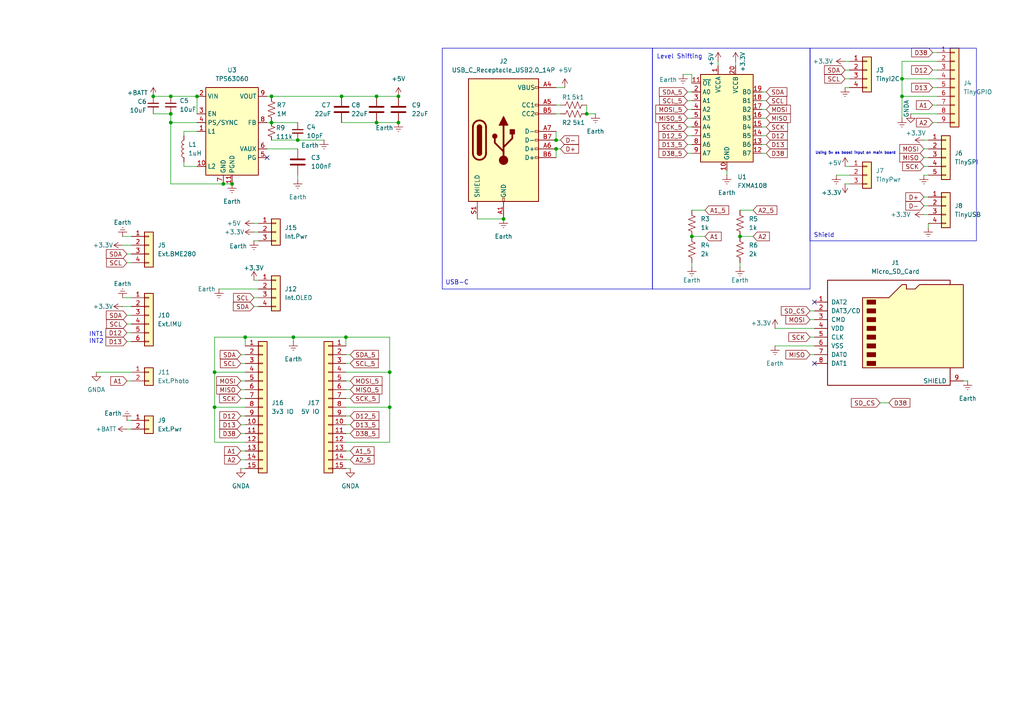
<source format=kicad_sch>
(kicad_sch (version 20250114) (generator "eeschema") (generator_version "9.0")
  (paper "A4")
  (lib_symbols
    (symbol "+3.3V_9" (power) (pin_numbers (hide yes)) (pin_names (offset 0) (hide yes))
      (property "Value" "+3.3V_9" (at 0 3.556 0))
      (symbol "+3.3V_9_1_1"
        (pin power_in line (at 0 0 90) (length 0) (hide yes) (name "+3.3V") (number "1"))
      )
    )
    (symbol "+BATT_1" (power) (pin_numbers (hide yes)) (pin_names (offset 0) (hide yes))
      (property "Value" "+BATT_1" (at 0 3.556 0))
      (symbol "+BATT_1_1_1"
        (pin power_in line (at 0 0 90) (length 0) (hide yes) (name "+BATT") (number "1"))
      )
    )
    (symbol "Connector:Micro_SD_Card" (pin_names (offset 1.016))
      (property "Reference" "J1" (at 0.635 19.05 0))
      (property "Value" "Micro_SD_Card" (at 0.635 16.51 0))
      (symbol "Micro_SD_Card_1_1"
        (pin bidirectional line (at -22.86 7.62 0) (length 3.81) (name "DAT2") (number "1"))
        (pin bidirectional line (at -22.86 5.08 0) (length 3.81) (name "DAT3/CD") (number "2"))
        (pin input line (at -22.86 2.54 0) (length 3.81) (name "CMD") (number "3"))
        (pin power_in line (at -22.86 0 0) (length 3.81) (name "VDD") (number "4"))
        (pin input line (at -22.86 -2.54 0) (length 3.81) (name "CLK") (number "5"))
        (pin power_in line (at -22.86 -5.08 0) (length 3.81) (name "VSS") (number "6"))
        (pin bidirectional line (at -22.86 -7.62 0) (length 3.81) (name "DAT0") (number "7"))
        (pin bidirectional line (at -22.86 -10.16 0) (length 3.81) (name "DAT1") (number "8"))
        (pin passive line (at 20.32 -15.24 180) (length 3.81) (hide yes) (name "SHIELD") (number "10"))
        (pin passive line (at 20.32 -15.24 180) (length 3.81) (hide yes) (name "SHIELD") (number "11"))
        (pin passive line (at 20.32 -15.24 180) (length 3.81) (name "SHIELD") (number "9"))
      )
    )
    (symbol "Connector:USB_C_Receptacle_USB2.0_14P" (pin_names (offset 1.016))
      (property "Reference" "J" (at 0 22.225 0))
      (property "Value" "USB_C_Receptacle_USB2.0_14P" (at 0 19.685 0))
      (symbol "USB_C_Receptacle_USB2.0_14P_1_1"
        (pin passive line (at -7.62 -22.86 90) (length 5.08) (name "SHIELD") (number "S1"))
        (pin passive line (at 0 -22.86 90) (length 5.08) (name "GND") (number "A1"))
        (pin passive line (at 0 -22.86 90) (length 5.08) (hide yes) (name "GND") (number "A12"))
        (pin passive line (at 0 -22.86 90) (length 5.08) (hide yes) (name "GND") (number "B1"))
        (pin passive line (at 0 -22.86 90) (length 5.08) (hide yes) (name "GND") (number "B12"))
        (pin passive line (at 15.24 15.24 180) (length 5.08) (name "VBUS") (number "A4"))
        (pin passive line (at 15.24 15.24 180) (length 5.08) (hide yes) (name "VBUS") (number "A9"))
        (pin passive line (at 15.24 15.24 180) (length 5.08) (hide yes) (name "VBUS") (number "B4"))
        (pin passive line (at 15.24 15.24 180) (length 5.08) (hide yes) (name "VBUS") (number "B9"))
        (pin bidirectional line (at 15.24 10.16 180) (length 5.08) (name "CC1") (number "A5"))
        (pin bidirectional line (at 15.24 7.62 180) (length 5.08) (name "CC2") (number "B5"))
        (pin bidirectional line (at 15.24 2.54 180) (length 5.08) (name "D-") (number "A7"))
        (pin bidirectional line (at 15.24 0 180) (length 5.08) (name "D-") (number "B7"))
        (pin bidirectional line (at 15.24 -2.54 180) (length 5.08) (name "D+") (number "A6"))
        (pin bidirectional line (at 15.24 -5.08 180) (length 5.08) (name "D+") (number "B6"))
      )
    )
    (symbol "Connector_Generic:Conn_01x02" (pin_names (offset 1.016) (hide yes))
      (property "Reference" "J" (at 0 2.54 0))
      (property "Value" "Conn_01x02" (at 0 -5.08 0))
      (symbol "Conn_01x02_1_1"
        (pin passive line (at -5.08 0 0) (length 3.81) (name "Pin_1") (number "1"))
        (pin passive line (at -5.08 -2.54 0) (length 3.81) (name "Pin_2") (number "2"))
      )
    )
    (symbol "Connector_Generic:Conn_01x03" (pin_names (offset 1.016) (hide yes))
      (property "Reference" "J" (at 0 5.08 0))
      (property "Value" "Conn_01x03" (at 0 -5.08 0))
      (symbol "Conn_01x03_1_1"
        (pin passive line (at -5.08 2.54 0) (length 3.81) (name "Pin_1") (number "1"))
        (pin passive line (at -5.08 0 0) (length 3.81) (name "Pin_2") (number "2"))
        (pin passive line (at -5.08 -2.54 0) (length 3.81) (name "Pin_3") (number "3"))
      )
    )
    (symbol "Connector_Generic:Conn_01x04" (pin_names (offset 1.016) (hide yes))
      (property "Reference" "J" (at 0 5.08 0))
      (property "Value" "Conn_01x04" (at 0 -7.62 0))
      (symbol "Conn_01x04_1_1"
        (pin passive line (at -5.08 2.54 0) (length 3.81) (name "Pin_1") (number "1"))
        (pin passive line (at -5.08 0 0) (length 3.81) (name "Pin_2") (number "2"))
        (pin passive line (at -5.08 -2.54 0) (length 3.81) (name "Pin_3") (number "3"))
        (pin passive line (at -5.08 -5.08 0) (length 3.81) (name "Pin_4") (number "4"))
      )
    )
    (symbol "Connector_Generic:Conn_01x05" (pin_names (offset 1.016) (hide yes))
      (property "Reference" "J" (at 0 7.62 0))
      (property "Value" "Conn_01x05" (at 0 -7.62 0))
      (symbol "Conn_01x05_1_1"
        (pin passive line (at -5.08 5.08 0) (length 3.81) (name "Pin_1") (number "1"))
        (pin passive line (at -5.08 2.54 0) (length 3.81) (name "Pin_2") (number "2"))
        (pin passive line (at -5.08 0 0) (length 3.81) (name "Pin_3") (number "3"))
        (pin passive line (at -5.08 -2.54 0) (length 3.81) (name "Pin_4") (number "4"))
        (pin passive line (at -5.08 -5.08 0) (length 3.81) (name "Pin_5") (number "5"))
      )
    )
    (symbol "Connector_Generic:Conn_01x06" (pin_names (offset 1.016) (hide yes))
      (property "Reference" "J" (at 0 7.62 0))
      (property "Value" "Conn_01x06" (at 0 -10.16 0))
      (symbol "Conn_01x06_1_1"
        (pin passive line (at -5.08 5.08 0) (length 3.81) (name "Pin_1") (number "1"))
        (pin passive line (at -5.08 2.54 0) (length 3.81) (name "Pin_2") (number "2"))
        (pin passive line (at -5.08 0 0) (length 3.81) (name "Pin_3") (number "3"))
        (pin passive line (at -5.08 -2.54 0) (length 3.81) (name "Pin_4") (number "4"))
        (pin passive line (at -5.08 -5.08 0) (length 3.81) (name "Pin_5") (number "5"))
        (pin passive line (at -5.08 -7.62 0) (length 3.81) (name "Pin_6") (number "6"))
      )
    )
    (symbol "Connector_Generic:Conn_01x09" (pin_names (offset 1.016) (hide yes))
      (property "Reference" "J" (at 0 12.7 0))
      (property "Value" "Conn_01x09" (at 0 -12.7 0))
      (symbol "Conn_01x09_1_1"
        (pin passive line (at -5.08 10.16 0) (length 3.81) (name "Pin_1") (number "1"))
        (pin passive line (at -5.08 7.62 0) (length 3.81) (name "Pin_2") (number "2"))
        (pin passive line (at -5.08 5.08 0) (length 3.81) (name "Pin_3") (number "3"))
        (pin passive line (at -5.08 2.54 0) (length 3.81) (name "Pin_4") (number "4"))
        (pin passive line (at -5.08 0 0) (length 3.81) (name "Pin_5") (number "5"))
        (pin passive line (at -5.08 -2.54 0) (length 3.81) (name "Pin_6") (number "6"))
        (pin passive line (at -5.08 -5.08 0) (length 3.81) (name "Pin_7") (number "7"))
        (pin passive line (at -5.08 -7.62 0) (length 3.81) (name "Pin_8") (number "8"))
        (pin passive line (at -5.08 -10.16 0) (length 3.81) (name "Pin_9") (number "9"))
      )
    )
    (symbol "Connector_Generic:Conn_01x15" (pin_names (offset 1.016) (hide yes))
      (property "Reference" "J" (at 0 20.32 0))
      (property "Value" "Conn_01x15" (at 0 -20.32 0))
      (symbol "Conn_01x15_1_1"
        (pin passive line (at -5.08 17.78 0) (length 3.81) (name "Pin_1") (number "1"))
        (pin passive line (at -5.08 15.24 0) (length 3.81) (name "Pin_2") (number "2"))
        (pin passive line (at -5.08 12.7 0) (length 3.81) (name "Pin_3") (number "3"))
        (pin passive line (at -5.08 10.16 0) (length 3.81) (name "Pin_4") (number "4"))
        (pin passive line (at -5.08 7.62 0) (length 3.81) (name "Pin_5") (number "5"))
        (pin passive line (at -5.08 5.08 0) (length 3.81) (name "Pin_6") (number "6"))
        (pin passive line (at -5.08 2.54 0) (length 3.81) (name "Pin_7") (number "7"))
        (pin passive line (at -5.08 0 0) (length 3.81) (name "Pin_8") (number "8"))
        (pin passive line (at -5.08 -2.54 0) (length 3.81) (name "Pin_9") (number "9"))
        (pin passive line (at -5.08 -5.08 0) (length 3.81) (name "Pin_10") (number "10"))
        (pin passive line (at -5.08 -7.62 0) (length 3.81) (name "Pin_11") (number "11"))
        (pin passive line (at -5.08 -10.16 0) (length 3.81) (name "Pin_12") (number "12"))
        (pin passive line (at -5.08 -12.7 0) (length 3.81) (name "Pin_13") (number "13"))
        (pin passive line (at -5.08 -15.24 0) (length 3.81) (name "Pin_14") (number "14"))
        (pin passive line (at -5.08 -17.78 0) (length 3.81) (name "Pin_15") (number "15"))
      )
    )
    (symbol "Device:C" (pin_numbers (hide yes)) (pin_names (offset 0.254))
      (property "Reference" "C" (at 0.635 2.54 0))
      (property "Value" "C" (at 0.635 -2.54 0))
      (symbol "C_1_1"
        (pin passive line (at 0 3.81 270) (length 2.794) (name "~") (number "1"))
        (pin passive line (at 0 -3.81 90) (length 2.794) (name "~") (number "2"))
      )
    )
    (symbol "Device:C_Small" (pin_numbers (hide yes)) (pin_names (offset 0.254) (hide yes))
      (property "Reference" "C" (at 0.254 1.778 0))
      (property "Value" "C_Small" (at 0.254 -2.032 0))
      (symbol "C_Small_1_1"
        (pin passive line (at 0 2.54 270) (length 2.032) (name "~") (number "1"))
        (pin passive line (at 0 -2.54 90) (length 2.032) (name "~") (number "2"))
      )
    )
    (symbol "Device:L" (pin_numbers (hide yes)) (pin_names (offset 1.016) (hide yes))
      (property "Reference" "L" (at -1.27 0 90))
      (property "Value" "L" (at 1.905 0 90))
      (symbol "L_1_1"
        (pin passive line (at 0 3.81 270) (length 1.27) (name "1") (number "1"))
        (pin passive line (at 0 -3.81 90) (length 1.27) (name "2") (number "2"))
      )
    )
    (symbol "Device:R_Small_US" (pin_numbers (hide yes)) (pin_names (offset 0.254) (hide yes))
      (property "Reference" "R" (at 0.762 0.508 0))
      (property "Value" "R_Small_US" (at 0.762 -1.016 0))
      (symbol "R_Small_US_1_1"
        (pin passive line (at 0 2.54 270) (length 1.016) (name "~") (number "1"))
        (pin passive line (at 0 -2.54 90) (length 1.016) (name "~") (number "2"))
      )
    )
    (symbol "Device:R_US" (pin_numbers (hide yes)) (pin_names (offset 0))
      (property "Reference" "R" (at 2.54 0 90))
      (property "Value" "R_US" (at -2.54 0 90))
      (symbol "R_US_1_1"
        (pin passive line (at 0 3.81 270) (length 1.27) (name "~") (number "1"))
        (pin passive line (at 0 -3.81 90) (length 1.27) (name "~") (number "2"))
      )
    )
    (symbol "Earth_2" (power) (pin_numbers (hide yes)) (pin_names (offset 0) (hide yes))
      (symbol "Earth_2_1_1"
        (pin power_in line (at 0 0 270) (length 0) (hide yes) (name "Earth") (number "1"))
      )
    )
    (symbol "Logic_LevelTranslator:FXMA108"
      (property "Reference" "U" (at -6.35 13.97 0))
      (property "Value" "FXMA108" (at 7.62 13.97 0))
      (symbol "FXMA108_1_1"
        (pin input line (at -10.16 10.16 0) (length 2.54) (name "~{OE}") (number "11"))
        (pin bidirectional line (at -10.16 7.62 0) (length 2.54) (name "A0") (number "2"))
        (pin bidirectional line (at -10.16 5.08 0) (length 2.54) (name "A1") (number "3"))
        (pin bidirectional line (at -10.16 2.54 0) (length 2.54) (name "A2") (number "4"))
        (pin bidirectional line (at -10.16 0 0) (length 2.54) (name "A3") (number "5"))
        (pin bidirectional line (at -10.16 -2.54 0) (length 2.54) (name "A4") (number "6"))
        (pin bidirectional line (at -10.16 -5.08 0) (length 2.54) (name "A5") (number "7"))
        (pin bidirectional line (at -10.16 -7.62 0) (length 2.54) (name "A6") (number "8"))
        (pin bidirectional line (at -10.16 -10.16 0) (length 2.54) (name "A7") (number "9"))
        (pin power_in line (at -2.54 15.24 270) (length 2.54) (name "VCCA") (number "1"))
        (pin power_in line (at 0 -15.24 90) (length 2.54) (name "GND") (number "10"))
        (pin power_in line (at 2.54 15.24 270) (length 2.54) (name "VCCB") (number "20"))
        (pin no_connect line (at 2.54 -12.7 90) (length 2.54) (hide yes) (name "NC") (number "21"))
        (pin bidirectional line (at 10.16 7.62 180) (length 2.54) (name "B0") (number "19"))
        (pin bidirectional line (at 10.16 5.08 180) (length 2.54) (name "B1") (number "18"))
        (pin bidirectional line (at 10.16 2.54 180) (length 2.54) (name "B2") (number "17"))
        (pin bidirectional line (at 10.16 0 180) (length 2.54) (name "B3") (number "16"))
        (pin bidirectional line (at 10.16 -2.54 180) (length 2.54) (name "B4") (number "15"))
        (pin bidirectional line (at 10.16 -5.08 180) (length 2.54) (name "B5") (number "14"))
        (pin bidirectional line (at 10.16 -7.62 180) (length 2.54) (name "B6") (number "13"))
        (pin bidirectional line (at 10.16 -10.16 180) (length 2.54) (name "B7") (number "12"))
      )
    )
    (symbol "Regulator_Switching:TPS63060"
      (property "Reference" "U" (at -7.62 13.97 0))
      (property "Value" "TPS63060" (at 2.54 13.97 0))
      (symbol "TPS63060_1_1"
        (pin power_in line (at -10.16 10.16 0) (length 2.54) (name "VIN") (number "2"))
        (pin input line (at -10.16 5.08 0) (length 2.54) (name "EN") (number "3"))
        (pin input line (at -10.16 2.54 0) (length 2.54) (name "PS/SYNC") (number "4"))
        (pin input line (at -10.16 0 0) (length 2.54) (name "L1") (number "1"))
        (pin input line (at -10.16 -10.16 0) (length 2.54) (name "L2") (number "10"))
        (pin power_in line (at -2.54 -15.24 90) (length 2.54) (name "GND") (number "7"))
        (pin power_in line (at 0 -15.24 90) (length 2.54) (name "PGND") (number "11"))
        (pin power_out line (at 10.16 10.16 180) (length 2.54) (name "VOUT") (number "9"))
        (pin input line (at 10.16 2.54 180) (length 2.54) (name "FB") (number "8"))
        (pin passive line (at 10.16 -5.08 180) (length 2.54) (name "VAUX") (number "6"))
        (pin output line (at 10.16 -7.62 180) (length 2.54) (name "PG") (number "5"))
      )
    )
    (symbol "power:+3.3V" (power) (pin_numbers (hide yes)) (pin_names (offset 0) (hide yes))
      (property "Value" "+3.3V" (at 0 3.556 0))
      (symbol "+3.3V_1_1"
        (pin power_in line (at 0 0 90) (length 0) (name "~") (number "1"))
      )
    )
    (symbol "power:+5V" (power) (pin_numbers (hide yes)) (pin_names (offset 0) (hide yes))
      (property "Value" "+5V" (at 0 3.556 0))
      (symbol "+5V_1_1"
        (pin power_in line (at 0 0 90) (length 0) (name "~") (number "1"))
      )
    )
    (symbol "power:Earth" (power) (pin_numbers (hide yes)) (pin_names (offset 0) (hide yes))
      (property "Value" "Earth" (at 0 -3.81 0))
      (symbol "Earth_1_1"
        (pin power_in line (at 0 0 270) (length 0) (name "~") (number "1"))
      )
    )
    (symbol "power:GNDA" (power) (pin_numbers (hide yes)) (pin_names (offset 0) (hide yes))
      (property "Value" "GNDA" (at 0 -3.81 0))
      (symbol "GNDA_1_1"
        (pin power_in line (at 0 0 270) (length 0) (name "~") (number "1"))
      )
    )
  )
  (rectangle (start 234.95 13.97) (end 283.21 69.85))
  (rectangle (start 189.23 13.97) (end 234.95 83.82))
  (rectangle (start 128.27 13.97) (end 189.23 83.82))
  (text "Level Shifting" (at 197.104 16.51 0) (effects (font (size 1.27 1.27))))
  (text "USB-C" (at 132.588 82.042 0) (effects (font (size 1.27 1.27))))
  (text "INT1\nINT2" (at 27.94 98.044 0) (effects (font (size 1.27 1.27))))
  (text "Using 5v as boost input on main board" (at 248.158 44.45 0) (effects (font (size 0.762 0.762))))
  (text "Shield" (at 239.014 68.326 0) (effects (font (size 1.27 1.27))))
  (junction (at 86.36 40.64))
  (junction (at 146.05 63.5))
  (junction (at 115.57 27.94))
  (junction (at 49.53 33.02))
  (junction (at 161.29 43.18))
  (junction (at 99.06 27.94))
  (junction (at 49.53 35.56))
  (junction (at 100.33 97.79))
  (junction (at 200.66 68.58))
  (junction (at 261.62 27.94))
  (junction (at 109.22 27.94))
  (junction (at 161.29 40.64))
  (junction (at 67.31 53.34))
  (junction (at 214.63 68.58))
  (junction (at 64.77 53.34))
  (junction (at 62.23 107.95))
  (junction (at 44.45 27.94))
  (junction (at 85.09 97.79))
  (junction (at 113.03 107.95))
  (junction (at 78.74 27.94))
  (junction (at 170.18 33.02))
  (junction (at 62.23 118.11))
  (junction (at 261.62 22.86))
  (junction (at 109.22 35.56))
  (junction (at 115.57 35.56))
  (junction (at 57.15 27.94))
  (junction (at 49.53 27.94))
  (junction (at 78.74 35.56))
  (junction (at 113.03 118.11))
  (junction (at 71.12 97.79))
  (no_connect (at 77.47 45.72))
  (no_connect (at 236.22 87.63))
  (no_connect (at 236.22 105.41))
  (wire (pts (xy 222.25 26.67) (xy 220.98 26.67)))
  (wire (pts (xy 267.97 43.18) (xy 269.24 43.18)))
  (wire (pts (xy 101.6 102.87) (xy 100.33 102.87)))
  (wire (pts (xy 36.83 91.44) (xy 38.1 91.44)))
  (wire (pts (xy 224.79 95.25) (xy 236.22 95.25)))
  (wire (pts (xy 44.45 33.02) (xy 49.53 33.02)))
  (wire (pts (xy 69.85 110.49) (xy 71.12 110.49)))
  (wire (pts (xy 245.11 53.34) (xy 246.38 53.34)))
  (wire (pts (xy 200.66 77.47) (xy 200.66 76.2)))
  (wire (pts (xy 267.97 59.69) (xy 269.24 59.69)))
  (wire (pts (xy 69.85 105.41) (xy 71.12 105.41)))
  (wire (pts (xy 36.83 76.2) (xy 38.1 76.2)))
  (wire (pts (xy 161.29 25.4) (xy 163.83 25.4)))
  (wire (pts (xy 234.95 92.71) (xy 236.22 92.71)))
  (wire (pts (xy 101.6 120.65) (xy 100.33 120.65)))
  (wire (pts (xy 261.62 27.94) (xy 261.62 34.29)))
  (wire (pts (xy 69.85 125.73) (xy 71.12 125.73)))
  (wire (pts (xy 222.25 44.45) (xy 220.98 44.45)))
  (wire (pts (xy 200.66 21.59) (xy 198.12 21.59)))
  (wire (pts (xy 267.97 40.64) (xy 269.24 40.64)))
  (wire (pts (xy 73.66 64.77) (xy 74.93 64.77)))
  (wire (pts (xy 199.39 34.29) (xy 200.66 34.29)))
  (wire (pts (xy 101.6 115.57) (xy 100.33 115.57)))
  (wire (pts (xy 113.03 107.95) (xy 113.03 97.79)))
  (wire (pts (xy 57.15 48.26) (xy 53.34 48.26)))
  (wire (pts (xy 261.62 27.94) (xy 271.78 27.94)))
  (wire (pts (xy 199.39 44.45) (xy 200.66 44.45)))
  (wire (pts (xy 49.53 33.02) (xy 49.53 35.56)))
  (wire (pts (xy 200.66 60.96) (xy 204.47 60.96)))
  (wire (pts (xy 199.39 31.75) (xy 200.66 31.75)))
  (wire (pts (xy 101.6 133.35) (xy 100.33 133.35)))
  (wire (pts (xy 267.97 57.15) (xy 269.24 57.15)))
  (wire (pts (xy 36.83 73.66) (xy 38.1 73.66)))
  (wire (pts (xy 170.18 30.48) (xy 170.18 33.02)))
  (wire (pts (xy 71.12 97.79) (xy 71.12 100.33)))
  (wire (pts (xy 78.74 27.94) (xy 77.47 27.94)))
  (wire (pts (xy 101.6 105.41) (xy 100.33 105.41)))
  (wire (pts (xy 49.53 53.34) (xy 64.77 53.34)))
  (wire (pts (xy 57.15 27.94) (xy 57.15 33.02)))
  (wire (pts (xy 222.25 36.83) (xy 220.98 36.83)))
  (wire (pts (xy 69.85 120.65) (xy 71.12 120.65)))
  (wire (pts (xy 113.03 97.79) (xy 100.33 97.79)))
  (wire (pts (xy 245.11 22.86) (xy 246.38 22.86)))
  (wire (pts (xy 234.95 97.79) (xy 236.22 97.79)))
  (wire (pts (xy 86.36 40.64) (xy 93.98 40.64)))
  (wire (pts (xy 138.43 63.5) (xy 146.05 63.5)))
  (wire (pts (xy 69.85 130.81) (xy 71.12 130.81)))
  (wire (pts (xy 161.29 43.18) (xy 161.29 45.72)))
  (wire (pts (xy 62.23 128.27) (xy 62.23 118.11)))
  (wire (pts (xy 242.57 50.8) (xy 246.38 50.8)))
  (wire (pts (xy 74.93 88.9) (xy 73.66 88.9)))
  (wire (pts (xy 261.62 17.78) (xy 261.62 22.86)))
  (wire (pts (xy 162.56 30.48) (xy 161.29 30.48)))
  (wire (pts (xy 77.47 43.18) (xy 86.36 43.18)))
  (wire (pts (xy 214.63 76.2) (xy 214.63 77.47)))
  (wire (pts (xy 101.6 110.49) (xy 100.33 110.49)))
  (wire (pts (xy 261.62 22.86) (xy 261.62 27.94)))
  (wire (pts (xy 36.83 124.46) (xy 38.1 124.46)))
  (wire (pts (xy 36.83 99.06) (xy 38.1 99.06)))
  (wire (pts (xy 270.51 30.48) (xy 271.78 30.48)))
  (wire (pts (xy 57.15 38.1) (xy 53.34 38.1)))
  (wire (pts (xy 78.74 27.94) (xy 99.06 27.94)))
  (wire (pts (xy 71.12 107.95) (xy 62.23 107.95)))
  (wire (pts (xy 69.85 102.87) (xy 71.12 102.87)))
  (wire (pts (xy 222.25 34.29) (xy 220.98 34.29)))
  (wire (pts (xy 269.24 66.04) (xy 269.24 64.77)))
  (wire (pts (xy 100.33 97.79) (xy 100.33 100.33)))
  (wire (pts (xy 53.34 48.26) (xy 53.34 46.99)))
  (wire (pts (xy 78.74 35.56) (xy 86.36 35.56)))
  (wire (pts (xy 62.23 118.11) (xy 62.23 107.95)))
  (wire (pts (xy 261.62 22.86) (xy 271.78 22.86)))
  (wire (pts (xy 101.6 123.19) (xy 100.33 123.19)))
  (wire (pts (xy 267.97 48.26) (xy 269.24 48.26)))
  (wire (pts (xy 214.63 60.96) (xy 218.44 60.96)))
  (wire (pts (xy 100.33 135.89) (xy 101.6 135.89)))
  (wire (pts (xy 199.39 26.67) (xy 200.66 26.67)))
  (wire (pts (xy 234.95 90.17) (xy 236.22 90.17)))
  (wire (pts (xy 35.56 68.58) (xy 38.1 68.58)))
  (wire (pts (xy 100.33 107.95) (xy 113.03 107.95)))
  (wire (pts (xy 208.28 17.78) (xy 208.28 19.05)))
  (wire (pts (xy 53.34 38.1) (xy 53.34 39.37)))
  (wire (pts (xy 36.83 93.98) (xy 38.1 93.98)))
  (wire (pts (xy 74.93 86.36) (xy 73.66 86.36)))
  (wire (pts (xy 78.74 35.56) (xy 77.47 35.56)))
  (wire (pts (xy 63.5 83.82) (xy 74.93 83.82)))
  (wire (pts (xy 222.25 29.21) (xy 220.98 29.21)))
  (wire (pts (xy 224.79 100.33) (xy 236.22 100.33)))
  (wire (pts (xy 162.56 43.18) (xy 161.29 43.18)))
  (wire (pts (xy 170.18 33.02) (xy 172.72 33.02)))
  (wire (pts (xy 49.53 27.94) (xy 57.15 27.94)))
  (wire (pts (xy 213.36 17.78) (xy 213.36 19.05)))
  (wire (pts (xy 99.06 35.56) (xy 109.22 35.56)))
  (wire (pts (xy 73.66 69.85) (xy 74.93 69.85)))
  (wire (pts (xy 71.12 97.79) (xy 85.09 97.79)))
  (wire (pts (xy 280.67 110.49) (xy 279.4 110.49)))
  (wire (pts (xy 109.22 35.56) (xy 115.57 35.56)))
  (wire (pts (xy 214.63 68.58) (xy 218.44 68.58)))
  (wire (pts (xy 199.39 41.91) (xy 200.66 41.91)))
  (wire (pts (xy 270.51 20.32) (xy 271.78 20.32)))
  (wire (pts (xy 264.16 33.02) (xy 271.78 33.02)))
  (wire (pts (xy 57.15 35.56) (xy 49.53 35.56)))
  (wire (pts (xy 161.29 38.1) (xy 161.29 40.64)))
  (wire (pts (xy 234.95 102.87) (xy 236.22 102.87)))
  (wire (pts (xy 199.39 36.83) (xy 200.66 36.83)))
  (wire (pts (xy 162.56 40.64) (xy 161.29 40.64)))
  (wire (pts (xy 113.03 128.27) (xy 113.03 118.11)))
  (wire (pts (xy 69.85 123.19) (xy 71.12 123.19)))
  (wire (pts (xy 36.83 96.52) (xy 38.1 96.52)))
  (wire (pts (xy 199.39 29.21) (xy 200.66 29.21)))
  (wire (pts (xy 270.51 15.24) (xy 271.78 15.24)))
  (wire (pts (xy 86.36 52.07) (xy 86.36 50.8)))
  (wire (pts (xy 210.82 50.8) (xy 210.82 49.53)))
  (wire (pts (xy 69.85 113.03) (xy 71.12 113.03)))
  (wire (pts (xy 261.62 17.78) (xy 271.78 17.78)))
  (wire (pts (xy 199.39 39.37) (xy 200.66 39.37)))
  (wire (pts (xy 71.12 118.11) (xy 62.23 118.11)))
  (wire (pts (xy 257.81 116.84) (xy 255.27 116.84)))
  (wire (pts (xy 99.06 27.94) (xy 109.22 27.94)))
  (wire (pts (xy 101.6 130.81) (xy 100.33 130.81)))
  (wire (pts (xy 69.85 133.35) (xy 71.12 133.35)))
  (wire (pts (xy 162.56 33.02) (xy 161.29 33.02)))
  (wire (pts (xy 35.56 86.36) (xy 38.1 86.36)))
  (wire (pts (xy 267.97 45.72) (xy 269.24 45.72)))
  (wire (pts (xy 101.6 125.73) (xy 100.33 125.73)))
  (wire (pts (xy 113.03 118.11) (xy 113.03 107.95)))
  (wire (pts (xy 270.51 25.4) (xy 271.78 25.4)))
  (wire (pts (xy 245.11 48.26) (xy 246.38 48.26)))
  (wire (pts (xy 245.11 25.4) (xy 246.38 25.4)))
  (wire (pts (xy 78.74 40.64) (xy 86.36 40.64)))
  (wire (pts (xy 36.83 110.49) (xy 38.1 110.49)))
  (wire (pts (xy 100.33 118.11) (xy 113.03 118.11)))
  (wire (pts (xy 101.6 113.03) (xy 100.33 113.03)))
  (wire (pts (xy 73.66 81.28) (xy 74.93 81.28)))
  (wire (pts (xy 62.23 97.79) (xy 71.12 97.79)))
  (wire (pts (xy 267.97 50.8) (xy 269.24 50.8)))
  (wire (pts (xy 200.66 68.58) (xy 204.47 68.58)))
  (wire (pts (xy 49.53 35.56) (xy 49.53 53.34)))
  (wire (pts (xy 100.33 128.27) (xy 113.03 128.27)))
  (wire (pts (xy 36.83 121.92) (xy 38.1 121.92)))
  (wire (pts (xy 69.85 115.57) (xy 71.12 115.57)))
  (wire (pts (xy 109.22 27.94) (xy 115.57 27.94)))
  (wire (pts (xy 64.77 53.34) (xy 67.31 53.34)))
  (wire (pts (xy 85.09 97.79) (xy 100.33 97.79)))
  (wire (pts (xy 222.25 41.91) (xy 220.98 41.91)))
  (wire (pts (xy 27.94 107.95) (xy 38.1 107.95)))
  (wire (pts (xy 267.97 62.23) (xy 269.24 62.23)))
  (wire (pts (xy 200.66 21.59) (xy 200.66 24.13)))
  (wire (pts (xy 71.12 128.27) (xy 62.23 128.27)))
  (wire (pts (xy 245.11 20.32) (xy 246.38 20.32)))
  (wire (pts (xy 222.25 39.37) (xy 220.98 39.37)))
  (wire (pts (xy 245.11 17.78) (xy 246.38 17.78)))
  (wire (pts (xy 62.23 107.95) (xy 62.23 97.79)))
  (wire (pts (xy 35.56 71.12) (xy 38.1 71.12)))
  (wire (pts (xy 222.25 31.75) (xy 220.98 31.75)))
  (wire (pts (xy 69.85 135.89) (xy 71.12 135.89)))
  (wire (pts (xy 73.66 67.31) (xy 74.93 67.31)))
  (wire (pts (xy 35.56 88.9) (xy 38.1 88.9)))
  (wire (pts (xy 270.51 35.56) (xy 271.78 35.56)))
  (wire (pts (xy 85.09 97.79) (xy 85.09 99.06)))
  (wire (pts (xy 44.45 27.94) (xy 49.53 27.94)))
  (global_label "D+" (shape input) (at 162.56 43.18 0) (property "Intersheetrefs" "${INTERSHEET_REFS}" (effects (hide yes))))
  (global_label "SCK" (shape input) (at 234.95 97.79 180) (property "Intersheetrefs" "${INTERSHEET_REFS}" (effects (hide yes))))
  (global_label "SCK" (shape input) (at 69.85 115.57 180) (property "Intersheetrefs" "${INTERSHEET_REFS}" (effects (hide yes))))
  (global_label "D12_5" (shape input) (at 101.6 120.65 0) (property "Intersheetrefs" "${INTERSHEET_REFS}" (effects (hide yes))))
  (global_label "D12_5" (shape input) (at 199.39 39.37 180) (property "Intersheetrefs" "${INTERSHEET_REFS}" (effects (hide yes))))
  (global_label "MISO" (shape input) (at 69.85 113.03 180) (property "Intersheetrefs" "${INTERSHEET_REFS}" (effects (hide yes))))
  (global_label "SDA" (shape input) (at 69.85 102.87 180) (property "Intersheetrefs" "${INTERSHEET_REFS}" (effects (hide yes))))
  (global_label "D38" (shape input) (at 257.81 116.84 0) (property "Intersheetrefs" "${INTERSHEET_REFS}" (effects (hide yes))))
  (global_label "MISO" (shape input) (at 267.97 45.72 180) (property "Intersheetrefs" "${INTERSHEET_REFS}" (effects (hide yes))))
  (global_label "A2" (shape input) (at 270.51 35.56 180) (property "Intersheetrefs" "${INTERSHEET_REFS}" (effects (hide yes))))
  (global_label "SDA" (shape input) (at 36.83 73.66 180) (property "Intersheetrefs" "${INTERSHEET_REFS}" (effects (hide yes))))
  (global_label "D13" (shape input) (at 36.83 99.06 180) (property "Intersheetrefs" "${INTERSHEET_REFS}" (effects (hide yes))))
  (global_label "D-" (shape input) (at 162.56 40.64 0) (property "Intersheetrefs" "${INTERSHEET_REFS}" (effects (hide yes))))
  (global_label "A1_5" (shape input) (at 101.6 130.81 0) (property "Intersheetrefs" "${INTERSHEET_REFS}" (effects (hide yes))))
  (global_label "D12" (shape input) (at 270.51 20.32 180) (property "Intersheetrefs" "${INTERSHEET_REFS}" (effects (hide yes))))
  (global_label "SCL" (shape input) (at 36.83 76.2 180) (property "Intersheetrefs" "${INTERSHEET_REFS}" (effects (hide yes))))
  (global_label "SDA" (shape input) (at 36.83 91.44 180) (property "Intersheetrefs" "${INTERSHEET_REFS}" (effects (hide yes))))
  (global_label "SCL" (shape input) (at 36.83 93.98 180) (property "Intersheetrefs" "${INTERSHEET_REFS}" (effects (hide yes))))
  (global_label "MISO" (shape input) (at 234.95 102.87 180) (property "Intersheetrefs" "${INTERSHEET_REFS}" (effects (hide yes))))
  (global_label "A1" (shape input) (at 204.47 68.58 0) (property "Intersheetrefs" "${INTERSHEET_REFS}" (effects (hide yes))))
  (global_label "D13" (shape input) (at 69.85 123.19 180) (property "Intersheetrefs" "${INTERSHEET_REFS}" (effects (hide yes))))
  (global_label "SCL_5" (shape input) (at 101.6 105.41 0) (property "Intersheetrefs" "${INTERSHEET_REFS}" (effects (hide yes))))
  (global_label "D38_5" (shape input) (at 199.39 44.45 180) (property "Intersheetrefs" "${INTERSHEET_REFS}" (effects (hide yes))))
  (global_label "A2_5" (shape input) (at 218.44 60.96 0) (property "Intersheetrefs" "${INTERSHEET_REFS}" (effects (hide yes))))
  (global_label "D13" (shape input) (at 270.51 25.4 180) (property "Intersheetrefs" "${INTERSHEET_REFS}" (effects (hide yes))))
  (global_label "D13" (shape input) (at 222.25 41.91 0) (property "Intersheetrefs" "${INTERSHEET_REFS}" (effects (hide yes))))
  (global_label "D38" (shape input) (at 222.25 44.45 0) (property "Intersheetrefs" "${INTERSHEET_REFS}" (effects (hide yes))))
  (global_label "D12" (shape input) (at 222.25 39.37 0) (property "Intersheetrefs" "${INTERSHEET_REFS}" (effects (hide yes))))
  (global_label "SCK" (shape input) (at 222.25 36.83 0) (property "Intersheetrefs" "${INTERSHEET_REFS}" (effects (hide yes))))
  (global_label "SCL" (shape input) (at 222.25 29.21 0) (property "Intersheetrefs" "${INTERSHEET_REFS}" (effects (hide yes))))
  (global_label "SDA" (shape input) (at 73.66 88.9 180) (property "Intersheetrefs" "${INTERSHEET_REFS}" (effects (hide yes))))
  (global_label "SD_CS" (shape input) (at 255.27 116.84 180) (property "Intersheetrefs" "${INTERSHEET_REFS}" (effects (hide yes))))
  (global_label "MOSI" (shape input) (at 267.97 43.18 180) (property "Intersheetrefs" "${INTERSHEET_REFS}" (effects (hide yes))))
  (global_label "MISO_5" (shape input) (at 199.39 34.29 180) (property "Intersheetrefs" "${INTERSHEET_REFS}" (effects (hide yes))))
  (global_label "A2" (shape input) (at 218.44 68.58 0) (property "Intersheetrefs" "${INTERSHEET_REFS}" (effects (hide yes))))
  (global_label "D-" (shape input) (at 267.97 59.69 180) (property "Intersheetrefs" "${INTERSHEET_REFS}" (effects (hide yes))))
  (global_label "A2" (shape input) (at 69.85 133.35 180) (property "Intersheetrefs" "${INTERSHEET_REFS}" (effects (hide yes))))
  (global_label "A1_5" (shape input) (at 204.47 60.96 0) (property "Intersheetrefs" "${INTERSHEET_REFS}" (effects (hide yes))))
  (global_label "D12" (shape input) (at 36.83 96.52 180) (property "Intersheetrefs" "${INTERSHEET_REFS}" (effects (hide yes))))
  (global_label "SCK" (shape input) (at 267.97 48.26 180) (property "Intersheetrefs" "${INTERSHEET_REFS}" (effects (hide yes))))
  (global_label "D38" (shape input) (at 69.85 125.73 180) (property "Intersheetrefs" "${INTERSHEET_REFS}" (effects (hide yes))))
  (global_label "SCL" (shape input) (at 245.11 22.86 180) (property "Intersheetrefs" "${INTERSHEET_REFS}" (effects (hide yes))))
  (global_label "D38_5" (shape input) (at 101.6 125.73 0) (property "Intersheetrefs" "${INTERSHEET_REFS}" (effects (hide yes))))
  (global_label "D38" (shape input) (at 270.51 15.24 180) (property "Intersheetrefs" "${INTERSHEET_REFS}" (effects (hide yes))))
  (global_label "SD_CS" (shape input) (at 234.95 90.17 180) (property "Intersheetrefs" "${INTERSHEET_REFS}" (effects (hide yes))))
  (global_label "MOSI_5" (shape input) (at 199.39 31.75 180) (property "Intersheetrefs" "${INTERSHEET_REFS}" (effects (hide yes))))
  (global_label "SCL" (shape input) (at 73.66 86.36 180) (property "Intersheetrefs" "${INTERSHEET_REFS}" (effects (hide yes))))
  (global_label "D13_5" (shape input) (at 101.6 123.19 0) (property "Intersheetrefs" "${INTERSHEET_REFS}" (effects (hide yes))))
  (global_label "SDA" (shape input) (at 245.11 20.32 180) (property "Intersheetrefs" "${INTERSHEET_REFS}" (effects (hide yes))))
  (global_label "SCL_5" (shape input) (at 199.39 29.21 180) (property "Intersheetrefs" "${INTERSHEET_REFS}" (effects (hide yes))))
  (global_label "MISO" (shape input) (at 222.25 34.29 0) (property "Intersheetrefs" "${INTERSHEET_REFS}" (effects (hide yes))))
  (global_label "SDA" (shape input) (at 222.25 26.67 0) (property "Intersheetrefs" "${INTERSHEET_REFS}" (effects (hide yes))))
  (global_label "A2_5" (shape input) (at 101.6 133.35 0) (property "Intersheetrefs" "${INTERSHEET_REFS}" (effects (hide yes))))
  (global_label "SCK_5" (shape input) (at 101.6 115.57 0) (property "Intersheetrefs" "${INTERSHEET_REFS}" (effects (hide yes))))
  (global_label "D+" (shape input) (at 267.97 57.15 180) (property "Intersheetrefs" "${INTERSHEET_REFS}" (effects (hide yes))))
  (global_label "D13_5" (shape input) (at 199.39 41.91 180) (property "Intersheetrefs" "${INTERSHEET_REFS}" (effects (hide yes))))
  (global_label "SDA_5" (shape input) (at 101.6 102.87 0) (property "Intersheetrefs" "${INTERSHEET_REFS}" (effects (hide yes))))
  (global_label "A1" (shape input) (at 69.85 130.81 180) (property "Intersheetrefs" "${INTERSHEET_REFS}" (effects (hide yes))))
  (global_label "D12" (shape input) (at 69.85 120.65 180) (property "Intersheetrefs" "${INTERSHEET_REFS}" (effects (hide yes))))
  (global_label "SCL" (shape input) (at 69.85 105.41 180) (property "Intersheetrefs" "${INTERSHEET_REFS}" (effects (hide yes))))
  (global_label "MISO_5" (shape input) (at 101.6 113.03 0) (property "Intersheetrefs" "${INTERSHEET_REFS}" (effects (hide yes))))
  (global_label "SCK_5" (shape input) (at 199.39 36.83 180) (property "Intersheetrefs" "${INTERSHEET_REFS}" (effects (hide yes))))
  (global_label "A1" (shape input) (at 270.51 30.48 180) (property "Intersheetrefs" "${INTERSHEET_REFS}" (effects (hide yes))))
  (global_label "A1" (shape input) (at 36.83 110.49 180) (property "Intersheetrefs" "${INTERSHEET_REFS}" (effects (hide yes))))
  (global_label "MOSI_5" (shape input) (at 101.6 110.49 0) (property "Intersheetrefs" "${INTERSHEET_REFS}" (effects (hide yes))))
  (global_label "SDA_5" (shape input) (at 199.39 26.67 180) (property "Intersheetrefs" "${INTERSHEET_REFS}" (effects (hide yes))))
  (global_label "MOSI" (shape input) (at 222.25 31.75 0) (property "Intersheetrefs" "${INTERSHEET_REFS}" (effects (hide yes))))
  (global_label "MOSI" (shape input) (at 69.85 110.49 180) (property "Intersheetrefs" "${INTERSHEET_REFS}" (effects (hide yes))))
  (global_label "MOSI" (shape input) (at 234.95 92.71 180) (property "Intersheetrefs" "${INTERSHEET_REFS}" (effects (hide yes))))
  (symbol (lib_id "Device:C") (at 86.36 46.99 0) (unit 1)
    (property "Reference" "C3" (at 90.17 45.7199 0) (effects (justify left)))
    (property "Value" "100nF" (at 90.17 48.2599 0) (effects (justify left)))
    (property "Footprint" "Capacitor_SMD:C_0805_2012Metric" (effects (hide yes)))
    (property "Description" "Unpolarized capacitor" (effects (hide yes)))
  )
  (symbol (lib_id "power:+5V") (at 73.66 64.77 90) (unit 1)
    (property "Reference" "#PWR043" (effects (hide yes)))
    (property "Value" "+5V" (at 69.85 64.7699 90) (effects (justify left)))
    (property "Description" "Power symbol creates a global label with name \"+5V\"" (effects (hide yes)))
  )
  (symbol (lib_id "Connector_Generic:Conn_01x04") (at 274.32 59.69 0) (unit 1)
    (property "Reference" "J8" (at 276.86 59.6899 0) (effects (justify left)))
    (property "Value" "TinyUSB" (at 276.86 62.2299 0) (effects (justify left)))
    (property "Footprint" "Connector_PinSocket_2.54mm:PinSocket_1x04_P2.54mm_Vertical" (effects (hide yes)))
    (property "Description" "Generic connector, single row, 01x04, script generated (kicad-library-utils/schlib/autogen/connector/)" (effects (hide yes)))
  )
  (symbol (lib_id "power:+5V") (at 115.57 27.94 0) (unit 1)
    (property "Reference" "#PWR035" (effects (hide yes)))
    (property "Value" "+5V" (at 115.57 22.86 0))
    (property "Description" "Power symbol creates a global label with name \"+5V\"" (effects (hide yes)))
  )
  (symbol (lib_id "power:Earth") (at 146.05 63.5 0) (unit 1)
    (property "Reference" "#PWR016" (effects (hide yes)))
    (property "Value" "Earth" (at 146.05 68.58 0))
    (property "Description" "Power symbol creates a global label with name \"Earth\"" (effects (hide yes)))
  )
  (symbol (lib_id "Connector_Generic:Conn_01x02") (at 43.18 121.92 0) (unit 1)
    (property "Reference" "J9" (at 45.72 121.9199 0) (effects (justify left)))
    (property "Value" "Ext.Pwr" (at 45.72 124.4599 0) (effects (justify left)))
    (property "Footprint" "Connector_Molex:Molex_PicoBlade_53261-0271_1x02-1MP_P1.25mm_Horizontal" (effects (hide yes)))
    (property "Description" "Generic connector, single row, 01x02, script generated (kicad-library-utils/schlib/autogen/connector/)" (effects (hide yes)))
  )
  (symbol (lib_id "power:GNDA") (at 69.85 135.89 0) (unit 1)
    (property "Reference" "#PWR045" (effects (hide yes)))
    (property "Value" "GNDA" (at 69.85 140.97 0))
    (property "Description" "Power symbol creates a global label with name \"GNDA\" , analog ground" (effects (hide yes)))
  )
  (symbol (lib_id "power:Earth") (at 63.5 83.82 0) (unit 1)
    (property "Reference" "#PWR037" (effects (hide yes)))
    (property "Value" "Earth" (at 59.944 83.82 0))
    (property "Description" "Power symbol creates a global label with name \"Earth\"" (effects (hide yes)))
  )
  (symbol (lib_id "power:Earth") (at 224.79 100.33 0) (unit 1)
    (property "Reference" "#PWR02" (effects (hide yes)))
    (property "Value" "Earth" (at 224.79 105.41 0))
    (property "Description" "Power symbol creates a global label with name \"Earth\"" (effects (hide yes)))
  )
  (symbol (lib_id "power:Earth") (at 67.31 53.34 0) (unit 1)
    (property "Reference" "#PWR031" (effects (hide yes)))
    (property "Value" "Earth" (at 67.31 58.42 0))
    (property "Description" "Power symbol creates a global label with name \"Earth\"" (effects (hide yes)))
  )
  (symbol (lib_id "power:GNDA") (at 264.16 33.02 0) (unit 1)
    (property "Reference" "#PWR044" (effects (hide yes)))
    (property "Value" "GNDA" (at 262.89 31.496 90))
    (property "Description" "Power symbol creates a global label with name \"GNDA\" , analog ground" (effects (hide yes)))
  )
  (symbol (lib_id "Device:C_Small") (at 49.53 30.48 0) (unit 1)
    (property "Reference" "C5" (at 52.07 29.2162 0) (effects (justify left)))
    (property "Value" "10uF" (at 52.07 31.7562 0) (effects (justify left)))
    (property "Footprint" "Capacitor_SMD:C_0805_2012Metric" (effects (hide yes)))
    (property "Description" "Unpolarized capacitor, small symbol" (effects (hide yes)))
  )
  (symbol (lib_name "+3.3V_9") (lib_id "power:+3.3V") (at 267.97 62.23 90) (mirror x) (unit 1)
    (property "Reference" "#PWR012" (effects (hide yes)))
    (property "Value" "+3.3V" (at 264.16 62.2299 90) (effects (justify left)))
  )
  (symbol (lib_id "power:Earth") (at 93.98 40.64 0) (unit 1)
    (property "Reference" "#PWR033" (effects (hide yes)))
    (property "Value" "Earth" (at 89.916 42.164 0))
    (property "Description" "Power symbol creates a global label with name \"Earth\"" (effects (hide yes)))
  )
  (symbol (lib_id "power:+3.3V") (at 35.56 71.12 90) (mirror x) (unit 1)
    (property "Reference" "#PWR018" (effects (hide yes)))
    (property "Value" "+3.3V" (at 26.924 71.12 90) (effects (justify right)))
  )
  (symbol (lib_id "Device:R_US") (at 78.74 31.75 0) (unit 1)
    (property "Reference" "R7" (at 80.264 30.48 0) (effects (justify left)))
    (property "Value" "1M" (at 80.264 33.02 0) (effects (justify left)))
    (property "Footprint" "Resistor_SMD:R_0805_2012Metric" (effects (hide yes)))
    (property "Description" "Resistor, US symbol" (effects (hide yes)))
  )
  (symbol (lib_id "Device:C") (at 109.22 31.75 0) (unit 1)
    (property "Reference" "C8" (at 101.854 30.48 0) (effects (justify left)))
    (property "Value" "22uF" (at 101.854 33.02 0) (effects (justify left)))
    (property "Footprint" "Capacitor_SMD:C_0805_2012Metric" (effects (hide yes)))
    (property "Description" "Unpolarized capacitor" (effects (hide yes)))
  )
  (symbol (lib_id "Device:R_Small_US") (at 78.74 38.1 0) (unit 1)
    (property "Reference" "R9" (at 80.01 37.084 0) (effects (justify left)))
    (property "Value" "111k" (at 80.01 39.624 0) (effects (justify left)))
    (property "Footprint" "Resistor_SMD:R_0805_2012Metric" (effects (hide yes)))
    (property "Description" "Resistor, small US symbol" (effects (hide yes)))
  )
  (symbol (lib_id "power:Earth") (at 115.57 35.56 0) (unit 1)
    (property "Reference" "#PWR034" (effects (hide yes)))
    (property "Value" "Earth" (at 111.506 37.084 0))
    (property "Description" "Power symbol creates a global label with name \"Earth\"" (effects (hide yes)))
  )
  (symbol (lib_id "power:Earth") (at 200.66 77.47 0) (unit 1)
    (property "Reference" "#PWR023" (effects (hide yes)))
    (property "Value" "Earth" (at 200.66 81.28 0))
    (property "Description" "Power symbol creates a global label with name \"Earth\"" (effects (hide yes)))
  )
  (symbol (lib_id "power:Earth") (at 86.36 52.07 0) (unit 1)
    (property "Reference" "#PWR032" (effects (hide yes)))
    (property "Value" "Earth" (at 86.36 57.15 0))
    (property "Description" "Power symbol creates a global label with name \"Earth\"" (effects (hide yes)))
  )
  (symbol (lib_id "Connector:USB_C_Receptacle_USB2.0_14P") (at 146.05 40.64 0) (unit 1)
    (property "Reference" "J2" (at 146.05 17.78 0))
    (property "Value" "USB_C_Receptacle_USB2.0_14P" (at 146.05 20.32 0))
    (property "Footprint" "Connector_USB:USB_C_Receptacle_GCT_USB4105-xx-A_16P_TopMnt_Horizontal" (effects (hide yes)))
    (property "Datasheet" "https://www.usb.org/sites/default/files/documents/usb_type-c.zip" (effects (hide yes)))
    (property "Description" "USB 2.0-only 14P Type-C Receptacle connector" (effects (hide yes)))
  )
  (symbol (lib_id "power:Earth") (at 198.12 21.59 0) (unit 1)
    (property "Reference" "#PWR022" (effects (hide yes)))
    (property "Value" "Earth" (at 193.802 23.114 0))
    (property "Description" "Power symbol creates a global label with name \"Earth\"" (effects (hide yes)))
  )
  (symbol (lib_id "Connector_Generic:Conn_01x09") (at 276.86 25.4 0) (unit 1)
    (property "Reference" "J4" (at 279.4 24.1299 0) (effects (justify left)))
    (property "Value" "TinyGPIO" (at 279.4 26.6699 0) (effects (justify left)))
    (property "Footprint" "Connector_PinSocket_2.54mm:PinSocket_1x09_P2.54mm_Vertical" (effects (hide yes)))
    (property "Description" "Generic connector, single row, 01x09, script generated (kicad-library-utils/schlib/autogen/connector/)" (effects (hide yes)))
  )
  (symbol (lib_id "Device:R_US") (at 166.37 30.48 90) (unit 1)
    (property "Reference" "R1" (at 164.338 28.194 90))
    (property "Value" "5k1" (at 167.64 28.194 90))
    (property "Footprint" "Resistor_SMD:R_0805_2012Metric" (effects (hide yes)))
    (property "Description" "Resistor, US symbol" (effects (hide yes)))
  )
  (symbol (lib_id "Regulator_Switching:TPS63060") (at 67.31 38.1 0) (unit 1)
    (property "Reference" "U3" (at 67.31 20.32 0))
    (property "Value" "TPS63060" (at 67.31 22.86 0))
    (property "Footprint" "Package_SON:Texas_S-PWSON-N10_ThermalVias" (effects (hide yes)))
    (property "Datasheet" "http://www.ti.com/lit/ds/symlink/tps63060.pdf" (effects (hide yes)))
    (property "Description" "Buck-Boost Converter, 2.5-12V Input Voltage, 2-A Switch Current, Adjustable 2.5-8V Output Voltage, S-PWSON-N10" (effects (hide yes)))
  )
  (symbol (lib_id "power:+3.3V") (at 213.36 17.78 0) (mirror y) (unit 1)
    (property "Reference" "#PWR06" (effects (hide yes)))
    (property "Value" "+3.3V" (at 215.392 14.986 90) (effects (justify right)))
  )
  (symbol (lib_id "Connector_Generic:Conn_01x03") (at 80.01 67.31 0) (unit 1)
    (property "Reference" "J15" (at 82.55 66.0399 0) (effects (justify left)))
    (property "Value" "Int.Pwr" (at 82.55 68.5799 0) (effects (justify left)))
    (property "Footprint" "Connector_PinHeader_2.54mm:PinHeader_1x03_P2.54mm_Vertical" (effects (hide yes)))
    (property "Description" "Generic connector, single row, 01x03, script generated (kicad-library-utils/schlib/autogen/connector/)" (effects (hide yes)))
  )
  (symbol (lib_name "Earth_2") (lib_id "power:Earth") (at 245.11 25.4 0) (mirror y) (unit 1)
    (property "Reference" "#PWR04" (effects (hide yes)))
    (property "Value" "Earth" (effects (hide yes)))
  )
  (symbol (lib_id "Logic_LevelTranslator:FXMA108") (at 210.82 34.29 0) (unit 1)
    (property "Reference" "U1" (at 213.868 51.308 0) (effects (justify left)))
    (property "Value" "FXMA108" (at 213.868 53.848 0) (effects (justify left)))
    (property "Footprint" "Package_DFN_QFN:WQFN-20-1EP_2.5x4.5mm_P0.5mm_EP1x2.9mm" (effects (hide yes)))
    (property "Datasheet" "http://www.onsemi.com/pub/Collateral/FXMA108-D.pdf" (effects (hide yes)))
    (property "Description" "Dual-Supply, 8-Bit Signal Translator with Configurable Voltage Supplies and Signals Levels, 3-State Outputs and Auto Direction Sensing, WQFN-20" (effects (hide yes)))
  )
  (symbol (lib_id "power:+5V") (at 208.28 17.78 0) (unit 1)
    (property "Reference" "#PWR025" (effects (hide yes)))
    (property "Value" "+5V" (at 206.248 17.272 90))
    (property "Description" "Power symbol creates a global label with name \"+5V\"" (effects (hide yes)))
  )
  (symbol (lib_id "power:Earth") (at 172.72 33.02 0) (unit 1)
    (property "Reference" "#PWR015" (effects (hide yes)))
    (property "Value" "Earth" (at 172.72 38.1 0))
    (property "Description" "Power symbol creates a global label with name \"Earth\"" (effects (hide yes)))
  )
  (symbol (lib_name "Earth_2") (lib_id "power:Earth") (at 267.97 50.8 0) (mirror y) (unit 1)
    (property "Reference" "#PWR08" (effects (hide yes)))
    (property "Value" "Earth" (effects (hide yes)))
  )
  (symbol (lib_id "Connector_Generic:Conn_01x02") (at 43.18 107.95 0) (unit 1)
    (property "Reference" "J11" (at 45.72 107.9499 0) (effects (justify left)))
    (property "Value" "Ext.Photo" (at 45.72 110.4899 0) (effects (justify left)))
    (property "Footprint" "Connector_JST:JST_SH_SM02B-SRSS-TB_1x02-1MP_P1.00mm_Horizontal" (effects (hide yes)))
    (property "Description" "Generic connector, single row, 01x02, script generated (kicad-library-utils/schlib/autogen/connector/)" (effects (hide yes)))
  )
  (symbol (lib_id "power:Earth") (at 280.67 110.49 0) (unit 1)
    (property "Reference" "#PWR021" (effects (hide yes)))
    (property "Value" "Earth" (at 280.67 115.57 0))
    (property "Description" "Power symbol creates a global label with name \"Earth\"" (effects (hide yes)))
  )
  (symbol (lib_id "Device:C_Small") (at 86.36 38.1 0) (unit 1)
    (property "Reference" "C4" (at 88.9 36.8362 0) (effects (justify left)))
    (property "Value" "10pF" (at 88.9 39.3762 0) (effects (justify left)))
    (property "Footprint" "Capacitor_SMD:C_0805_2012Metric" (effects (hide yes)))
    (property "Description" "Unpolarized capacitor, small symbol" (effects (hide yes)))
  )
  (symbol (lib_id "Device:R_US") (at 166.37 33.02 90) (unit 1)
    (property "Reference" "R2" (at 164.338 35.56 90))
    (property "Value" "5k1" (at 167.894 35.56 90))
    (property "Footprint" "Resistor_SMD:R_0805_2012Metric" (effects (hide yes)))
    (property "Description" "Resistor, US symbol" (effects (hide yes)))
  )
  (symbol (lib_id "Connector_Generic:Conn_01x15") (at 95.25 118.11 0) (mirror y) (unit 1)
    (property "Reference" "J17" (at 92.71 116.8399 0) (effects (justify left)))
    (property "Value" "5V IO" (at 92.71 119.3799 0) (effects (justify left)))
    (property "Footprint" "Connector_PinHeader_2.54mm:PinHeader_1x15_P2.54mm_Vertical" (effects (hide yes)))
    (property "Description" "Generic connector, single row, 01x15, script generated (kicad-library-utils/schlib/autogen/connector/)" (effects (hide yes)))
  )
  (symbol (lib_id "power:Earth") (at 36.83 121.92 180) (unit 1)
    (property "Reference" "#PWR028" (effects (hide yes)))
    (property "Value" "Earth" (at 30.226 119.888 0) (effects (justify right)))
    (property "Description" "Power symbol creates a global label with name \"Earth\"" (effects (hide yes)))
  )
  (symbol (lib_id "Connector_Generic:Conn_01x04") (at 43.18 71.12 0) (unit 1)
    (property "Reference" "J5" (at 45.72 71.1199 0) (effects (justify left)))
    (property "Value" "Ext.BME280" (at 45.72 73.6599 0) (effects (justify left)))
    (property "Footprint" "Connector_JST:JST_SH_SM04B-SRSS-TB_1x04-1MP_P1.00mm_Horizontal" (effects (hide yes)))
    (property "Description" "Generic connector, single row, 01x04, script generated (kicad-library-utils/schlib/autogen/connector/)" (effects (hide yes)))
  )
  (symbol (lib_id "power:Earth") (at 35.56 86.36 180) (unit 1)
    (property "Reference" "#PWR019" (effects (hide yes)))
    (property "Value" "Earth" (at 35.56 82.296 0))
    (property "Description" "Power symbol creates a global label with name \"Earth\"" (effects (hide yes)))
  )
  (symbol (lib_name "Earth_2") (lib_id "power:Earth") (at 242.57 50.8 0) (mirror y) (unit 1)
    (property "Reference" "#PWR010" (effects (hide yes)))
    (property "Value" "Earth" (effects (hide yes)))
  )
  (symbol (lib_id "power:Earth") (at 210.82 50.8 0) (unit 1)
    (property "Reference" "#PWR014" (effects (hide yes)))
    (property "Value" "Earth" (at 210.82 55.88 0))
    (property "Description" "Power symbol creates a global label with name \"Earth\"" (effects (hide yes)))
  )
  (symbol (lib_name "Earth_2") (lib_id "power:Earth") (at 269.24 66.04 0) (mirror y) (unit 1)
    (property "Reference" "#PWR013" (effects (hide yes)))
    (property "Value" "Earth" (effects (hide yes)))
  )
  (symbol (lib_id "Connector_Generic:Conn_01x05") (at 274.32 45.72 0) (unit 1)
    (property "Reference" "J6" (at 276.86 44.4499 0) (effects (justify left)))
    (property "Value" "TinySPI" (at 276.86 46.9899 0) (effects (justify left)))
    (property "Footprint" "Connector_PinSocket_2.54mm:PinSocket_1x05_P2.54mm_Vertical" (effects (hide yes)))
    (property "Description" "Generic connector, single row, 01x05, script generated (kicad-library-utils/schlib/autogen/connector/)" (effects (hide yes)))
  )
  (symbol (lib_id "power:GNDA") (at 27.94 107.95 0) (unit 1)
    (property "Reference" "#PWR026" (effects (hide yes)))
    (property "Value" "GNDA" (at 27.94 113.03 0))
    (property "Description" "Power symbol creates a global label with name \"GNDA\" , analog ground" (effects (hide yes)))
  )
  (symbol (lib_id "power:Earth") (at 214.63 77.47 0) (unit 1)
    (property "Reference" "#PWR024" (effects (hide yes)))
    (property "Value" "Earth" (at 214.63 81.28 0))
    (property "Description" "Power symbol creates a global label with name \"Earth\"" (effects (hide yes)))
  )
  (symbol (lib_id "power:+3.3V") (at 35.56 88.9 90) (mirror x) (unit 1)
    (property "Reference" "#PWR020" (effects (hide yes)))
    (property "Value" "+3.3V" (at 26.924 88.9 90) (effects (justify right)))
  )
  (symbol (lib_id "Device:R_US") (at 200.66 64.77 0) (unit 1)
    (property "Reference" "R3" (at 203.2 63.4999 0) (effects (justify left)))
    (property "Value" "1k" (at 203.2 66.0399 0) (effects (justify left)))
    (property "Footprint" "Resistor_SMD:R_0805_2012Metric" (effects (hide yes)))
    (property "Description" "Resistor, US symbol" (effects (hide yes)))
  )
  (symbol (lib_id "power:Earth") (at 35.56 68.58 180) (unit 1)
    (property "Reference" "#PWR027" (effects (hide yes)))
    (property "Value" "Earth" (at 35.56 64.516 0))
    (property "Description" "Power symbol creates a global label with name \"Earth\"" (effects (hide yes)))
  )
  (symbol (lib_id "Connector_Generic:Conn_01x04") (at 251.46 20.32 0) (unit 1)
    (property "Reference" "J3" (at 254 20.3199 0) (effects (justify left)))
    (property "Value" "TinyI2C" (at 254 22.8599 0) (effects (justify left)))
    (property "Footprint" "Connector_PinSocket_2.54mm:PinSocket_1x04_P2.54mm_Vertical" (effects (hide yes)))
    (property "Description" "Generic connector, single row, 01x04, script generated (kicad-library-utils/schlib/autogen/connector/)" (effects (hide yes)))
  )
  (symbol (lib_id "power:+3.3V") (at 73.66 81.28 0) (mirror y) (unit 1)
    (property "Reference" "#PWR036" (effects (hide yes)))
    (property "Value" "+3.3V" (at 70.612 77.724 0) (effects (justify right)))
  )
  (symbol (lib_id "power:Earth") (at 85.09 99.06 0) (unit 1)
    (property "Reference" "#PWR047" (effects (hide yes)))
    (property "Value" "Earth" (at 85.09 104.14 0))
    (property "Description" "Power symbol creates a global label with name \"Earth\"" (effects (hide yes)))
  )
  (symbol (lib_id "power:+3.3V") (at 245.11 53.34 0) (mirror x) (unit 1)
    (property "Reference" "#PWR011" (effects (hide yes)))
    (property "Value" "+3.3V" (at 244.094 55.88 0) (effects (justify right)))
  )
  (symbol (lib_id "Device:L") (at 53.34 43.18 180) (unit 1)
    (property "Reference" "L1" (at 54.61 41.9099 0) (effects (justify right)))
    (property "Value" "1uH" (at 54.61 44.4499 0) (effects (justify right)))
    (property "Footprint" "Inductor_Extended:IND_SRP4020FA-1R0M" (effects (hide yes)))
    (property "Description" "Inductor" (effects (hide yes)))
  )
  (symbol (lib_id "power:+3.3V") (at 73.66 67.31 90) (mirror x) (unit 1)
    (property "Reference" "#PWR042" (effects (hide yes)))
    (property "Value" "+3.3V" (at 65.024 67.31 90) (effects (justify right)))
  )
  (symbol (lib_name "+BATT_1") (lib_id "power:+BATT") (at 44.45 27.94 0) (unit 1)
    (property "Reference" "#PWR030" (effects (hide yes)))
    (property "Value" "+BATT" (at 36.83 26.924 0) (effects (justify left)))
  )
  (symbol (lib_id "Connector_Generic:Conn_01x15") (at 76.2 118.11 0) (unit 1)
    (property "Reference" "J16" (at 78.74 116.8399 0) (effects (justify left)))
    (property "Value" "3v3 IO" (at 78.74 119.3799 0) (effects (justify left)))
    (property "Footprint" "Connector_PinHeader_2.54mm:PinHeader_1x15_P2.54mm_Vertical" (effects (hide yes)))
    (property "Description" "Generic connector, single row, 01x15, script generated (kicad-library-utils/schlib/autogen/connector/)" (effects (hide yes)))
  )
  (symbol (lib_id "Device:C") (at 115.57 31.75 0) (unit 1)
    (property "Reference" "C9" (at 119.38 30.4799 0) (effects (justify left)))
    (property "Value" "22uF" (at 119.38 33.0199 0) (effects (justify left)))
    (property "Footprint" "Capacitor_SMD:C_0805_2012Metric" (effects (hide yes)))
    (property "Description" "Unpolarized capacitor" (effects (hide yes)))
  )
  (symbol (lib_id "power:GNDA") (at 101.6 135.89 0) (unit 1)
    (property "Reference" "#PWR046" (effects (hide yes)))
    (property "Value" "GNDA" (at 101.6 140.97 0))
    (property "Description" "Power symbol creates a global label with name \"GNDA\" , analog ground" (effects (hide yes)))
  )
  (symbol (lib_id "Connector_Generic:Conn_01x03") (at 251.46 50.8 0) (unit 1)
    (property "Reference" "J7" (at 254 49.5299 0) (effects (justify left)))
    (property "Value" "TinyPwr" (at 254 52.0699 0) (effects (justify left)))
    (property "Footprint" "Connector_PinSocket_2.54mm:PinSocket_1x03_P2.54mm_Vertical" (effects (hide yes)))
    (property "Description" "Generic connector, single row, 01x03, script generated (kicad-library-utils/schlib/autogen/connector/)" (effects (hide yes)))
  )
  (symbol (lib_id "power:Earth") (at 73.66 69.85 0) (unit 1)
    (property "Reference" "#PWR038" (effects (hide yes)))
    (property "Value" "Earth" (at 69.088 71.374 0))
    (property "Description" "Power symbol creates a global label with name \"Earth\"" (effects (hide yes)))
  )
  (symbol (lib_name "Earth_2") (lib_id "power:Earth") (at 261.62 34.29 0) (unit 1)
    (property "Reference" "#PWR05" (effects (hide yes)))
    (property "Value" "Earth" (effects (hide yes)))
  )
  (symbol (lib_id "Connector_Generic:Conn_01x06") (at 43.18 91.44 0) (unit 1)
    (property "Reference" "J10" (at 45.72 91.4399 0) (effects (justify left)))
    (property "Value" "Ext.IMU" (at 45.72 93.9799 0) (effects (justify left)))
    (property "Footprint" "Connector_JST:JST_SH_SM06B-SRSS-TB_1x06-1MP_P1.00mm_Horizontal" (effects (hide yes)))
    (property "Description" "Generic connector, single row, 01x06, script generated (kicad-library-utils/schlib/autogen/connector/)" (effects (hide yes)))
  )
  (symbol (lib_id "Device:C") (at 99.06 31.75 0) (unit 1)
    (property "Reference" "C7" (at 93.218 30.48 0) (effects (justify left)))
    (property "Value" "22uF" (at 91.186 33.02 0) (effects (justify left)))
    (property "Footprint" "Capacitor_SMD:C_0805_2012Metric" (effects (hide yes)))
    (property "Description" "Unpolarized capacitor" (effects (hide yes)))
  )
  (symbol (lib_id "Device:R_US") (at 214.63 64.77 0) (unit 1)
    (property "Reference" "R5" (at 217.17 63.4999 0) (effects (justify left)))
    (property "Value" "1k" (at 217.17 66.0399 0) (effects (justify left)))
    (property "Footprint" "Resistor_SMD:R_0805_2012Metric" (effects (hide yes)))
    (property "Description" "Resistor, US symbol" (effects (hide yes)))
  )
  (symbol (lib_id "Connector_Generic:Conn_01x04") (at 80.01 83.82 0) (unit 1)
    (property "Reference" "J12" (at 82.55 83.8199 0) (effects (justify left)))
    (property "Value" "Int.OLED" (at 82.55 86.3599 0) (effects (justify left)))
    (property "Footprint" "Connector_PinHeader_2.54mm:PinHeader_1x04_P2.54mm_Vertical" (effects (hide yes)))
    (property "Description" "Generic connector, single row, 01x04, script generated (kicad-library-utils/schlib/autogen/connector/)" (effects (hide yes)))
  )
  (symbol (lib_id "power:+3.3V") (at 245.11 17.78 90) (mirror x) (unit 1)
    (property "Reference" "#PWR03" (effects (hide yes)))
    (property "Value" "+3.3V" (at 235.712 17.78 90) (effects (justify right)))
  )
  (symbol (lib_id "Device:C_Small") (at 44.45 30.48 0) (unit 1)
    (property "Reference" "C6" (at 39.878 29.464 0) (effects (justify left)))
    (property "Value" "10uF" (at 37.592 32.004 0) (effects (justify left)))
    (property "Footprint" "Capacitor_SMD:C_0805_2012Metric" (effects (hide yes)))
    (property "Description" "Unpolarized capacitor, small symbol" (effects (hide yes)))
  )
  (symbol (lib_name "+BATT_1") (lib_id "power:+BATT") (at 36.83 124.46 90) (unit 1)
    (property "Reference" "#PWR029" (effects (hide yes)))
    (property "Value" "+BATT" (at 33.782 124.46 90) (effects (justify left)))
  )
  (symbol (lib_id "Device:R_US") (at 200.66 72.39 0) (unit 1)
    (property "Reference" "R4" (at 203.2 71.1199 0) (effects (justify left)))
    (property "Value" "2k" (at 203.2 73.6599 0) (effects (justify left)))
    (property "Footprint" "Resistor_SMD:R_0805_2012Metric" (effects (hide yes)))
    (property "Description" "Resistor, US symbol" (effects (hide yes)))
  )
  (symbol (lib_id "power:+5V") (at 245.11 48.26 0) (unit 1)
    (property "Reference" "#PWR09" (effects (hide yes)))
    (property "Value" "+5V" (at 242.062 47.244 0))
    (property "Description" "Power symbol creates a global label with name \"+5V\"" (effects (hide yes)))
  )
  (symbol (lib_id "power:+5V") (at 163.83 25.4 0) (unit 1)
    (property "Reference" "#PWR017" (effects (hide yes)))
    (property "Value" "+5V" (at 163.83 20.32 0))
    (property "Description" "Power symbol creates a global label with name \"+5V\"" (effects (hide yes)))
  )
  (symbol (lib_id "Connector:Micro_SD_Card") (at 259.08 95.25 0) (unit 1)
    (property "Reference" "J1" (at 259.715 76.2 0))
    (property "Value" "Micro_SD_Card" (at 259.715 78.74 0))
    (property "Footprint" "Connector_Card:microSD_HC_Hirose_DM3D-SF" (effects (hide yes)))
    (property "Datasheet" "https://www.we-online.com/components/products/datasheet/693072010801.pdf" (effects (hide yes)))
    (property "Description" "Micro SD Card Socket" (effects (hide yes)))
  )
  (symbol (lib_id "power:+3.3V") (at 224.79 95.25 0) (unit 1)
    (property "Reference" "#PWR01" (effects (hide yes)))
    (property "Value" "+3.3V" (at 220.726 93.726 0))
    (property "Description" "Power symbol creates a global label with name \"+3.3V\"" (effects (hide yes)))
  )
  (symbol (lib_id "Device:R_US") (at 214.63 72.39 0) (unit 1)
    (property "Reference" "R6" (at 217.17 71.1199 0) (effects (justify left)))
    (property "Value" "2k" (at 217.17 73.6599 0) (effects (justify left)))
    (property "Footprint" "Resistor_SMD:R_0805_2012Metric" (effects (hide yes)))
    (property "Description" "Resistor, US symbol" (effects (hide yes)))
  )
  (symbol (lib_id "power:+3.3V") (at 267.97 40.64 90) (mirror x) (unit 1)
    (property "Reference" "#PWR07" (effects (hide yes)))
    (property "Value" "+3.3V" (at 262.636 38.608 90) (effects (justify right)))
  )
)
</source>
